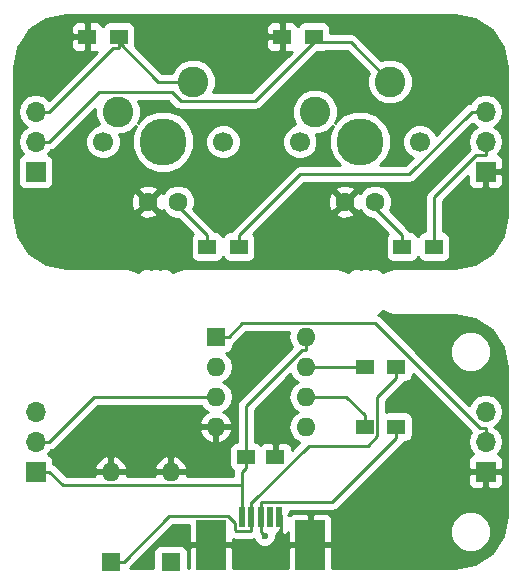
<source format=gtl>
G04 #@! TF.FileFunction,Copper,L1,Top,Signal*
%FSLAX46Y46*%
G04 Gerber Fmt 4.6, Leading zero omitted, Abs format (unit mm)*
G04 Created by KiCad (PCBNEW 4.0.6) date 01/19/18 19:39:35*
%MOMM*%
%LPD*%
G01*
G04 APERTURE LIST*
%ADD10C,0.020000*%
%ADD11C,1.600200*%
%ADD12C,3.980180*%
%ADD13C,2.600000*%
%ADD14C,1.699260*%
%ADD15R,1.500000X1.250000*%
%ADD16R,1.600000X1.600000*%
%ADD17O,1.600000X1.600000*%
%ADD18R,1.500000X1.300000*%
%ADD19R,1.700000X1.700000*%
%ADD20O,1.700000X1.700000*%
%ADD21R,0.500000X1.800000*%
%ADD22R,2.500000X4.200000*%
%ADD23C,0.600000*%
%ADD24C,0.250000*%
%ADD25C,0.254000*%
G04 APERTURE END LIST*
D10*
D11*
X26035000Y-33020000D03*
X28575000Y-33020000D03*
D12*
X27305000Y-27940000D03*
D13*
X29845000Y-22860000D03*
X23495000Y-25400000D03*
D14*
X22225000Y-27940000D03*
X32385000Y-27940000D03*
D15*
X34310000Y-54610000D03*
X36810000Y-54610000D03*
D16*
X22860000Y-63500000D03*
D17*
X22860000Y-55880000D03*
D16*
X27940000Y-63500000D03*
D17*
X27940000Y-55880000D03*
D11*
X42703800Y-33020000D03*
X45243800Y-33020000D03*
D18*
X44370000Y-52070000D03*
X47070000Y-52070000D03*
X44370000Y-46990000D03*
X47070000Y-46990000D03*
D12*
X43973800Y-27940000D03*
D13*
X46513800Y-22860000D03*
X40163800Y-25400000D03*
D14*
X38893800Y-27940000D03*
X49053800Y-27940000D03*
D16*
X31750000Y-44450000D03*
D17*
X39370000Y-52070000D03*
X31750000Y-46990000D03*
X39370000Y-49530000D03*
X31750000Y-49530000D03*
X39370000Y-46990000D03*
X31750000Y-52070000D03*
X39370000Y-44450000D03*
D19*
X54610000Y-55880000D03*
D20*
X54610000Y-53340000D03*
X54610000Y-50800000D03*
D19*
X16510000Y-55880000D03*
D20*
X16510000Y-53340000D03*
X16510000Y-50800000D03*
D19*
X54610000Y-30480000D03*
D20*
X54610000Y-27940000D03*
X54610000Y-25400000D03*
D19*
X16510000Y-30480000D03*
D20*
X16510000Y-27940000D03*
X16510000Y-25400000D03*
D18*
X20875000Y-19050000D03*
X23575000Y-19050000D03*
X37385000Y-19050000D03*
X40085000Y-19050000D03*
X31035000Y-36830000D03*
X33735000Y-36830000D03*
X47545000Y-36830000D03*
X50245000Y-36830000D03*
D21*
X33960000Y-59690000D03*
X34760000Y-59690000D03*
X35560000Y-59690000D03*
X36360000Y-59690000D03*
X37160000Y-59690000D03*
D22*
X31360000Y-62090000D03*
X39760000Y-62090000D03*
D23*
X35897500Y-61304700D03*
D24*
X34310000Y-50354000D02*
X34310000Y-54610000D01*
X39088700Y-45575300D02*
X34310000Y-50354000D01*
X39370000Y-45575300D02*
X39088700Y-45575300D01*
X39370000Y-44450000D02*
X39370000Y-45575300D01*
X34310000Y-54610000D02*
X34310000Y-55560300D01*
X16510000Y-55880000D02*
X17685300Y-55880000D01*
X18840900Y-57035600D02*
X33960000Y-57035600D01*
X17685300Y-55880000D02*
X18840900Y-57035600D01*
X33960000Y-59690000D02*
X33960000Y-57035600D01*
X33960000Y-55910300D02*
X34310000Y-55560300D01*
X33960000Y-57035600D02*
X33960000Y-55910300D01*
X45445400Y-49589900D02*
X47070000Y-47965300D01*
X45445400Y-52880900D02*
X45445400Y-49589900D01*
X44627800Y-53698500D02*
X45445400Y-52880900D01*
X39638300Y-53698500D02*
X44627800Y-53698500D01*
X34872100Y-58464700D02*
X39638300Y-53698500D01*
X34760000Y-58464700D02*
X34872100Y-58464700D01*
X47070000Y-46990000D02*
X47070000Y-47965300D01*
X34760000Y-59414900D02*
X34760000Y-58464700D01*
X34760000Y-59414900D02*
X34760000Y-59690000D01*
X27820700Y-59664600D02*
X23985300Y-63500000D01*
X32822800Y-59664600D02*
X27820700Y-59664600D01*
X33384600Y-60226400D02*
X32822800Y-59664600D01*
X33384600Y-60788400D02*
X33384600Y-60226400D01*
X33511500Y-60915300D02*
X33384600Y-60788400D01*
X34760000Y-60915300D02*
X33511500Y-60915300D01*
X34760000Y-59690000D02*
X34760000Y-60915300D01*
X22860000Y-63500000D02*
X23985300Y-63500000D01*
X35560000Y-60967200D02*
X35560000Y-59690000D01*
X35897500Y-61304700D02*
X35560000Y-60967200D01*
X41650600Y-58464700D02*
X47070000Y-53045300D01*
X35560000Y-58464700D02*
X41650600Y-58464700D01*
X35560000Y-59690000D02*
X35560000Y-58464700D01*
X47070000Y-52070000D02*
X47070000Y-53045300D01*
X28575000Y-33394700D02*
X28575000Y-33020000D01*
X31035000Y-35854700D02*
X28575000Y-33394700D01*
X31035000Y-36830000D02*
X31035000Y-35854700D01*
X45243800Y-33553500D02*
X45243800Y-33020000D01*
X47545000Y-35854700D02*
X45243800Y-33553500D01*
X47545000Y-36830000D02*
X47545000Y-35854700D01*
X42805300Y-49530000D02*
X44370000Y-51094700D01*
X39370000Y-49530000D02*
X42805300Y-49530000D01*
X44370000Y-52070000D02*
X44370000Y-51094700D01*
X39370000Y-46990000D02*
X44370000Y-46990000D01*
X21495300Y-49530000D02*
X31750000Y-49530000D01*
X17685300Y-53340000D02*
X21495300Y-49530000D01*
X16510000Y-53340000D02*
X17685300Y-53340000D01*
X34000600Y-43324700D02*
X32875300Y-44450000D01*
X45281900Y-43324700D02*
X34000600Y-43324700D01*
X54121900Y-52164700D02*
X45281900Y-43324700D01*
X54610000Y-52164700D02*
X54121900Y-52164700D01*
X54610000Y-53340000D02*
X54610000Y-52164700D01*
X31750000Y-44450000D02*
X32875300Y-44450000D01*
X50245000Y-32672300D02*
X50245000Y-36830000D01*
X53802000Y-29115300D02*
X50245000Y-32672300D01*
X54610000Y-29115300D02*
X53802000Y-29115300D01*
X54610000Y-27940000D02*
X54610000Y-29115300D01*
X38903300Y-30686400D02*
X33735000Y-35854700D01*
X48148300Y-30686400D02*
X38903300Y-30686400D01*
X53434700Y-25400000D02*
X48148300Y-30686400D01*
X54610000Y-25400000D02*
X53434700Y-25400000D01*
X33735000Y-36830000D02*
X33735000Y-35854700D01*
X40085000Y-19050000D02*
X40085000Y-19537600D01*
X43191400Y-19537600D02*
X46513800Y-22860000D01*
X40085000Y-19537600D02*
X43191400Y-19537600D01*
X35104600Y-24518000D02*
X40085000Y-19537600D01*
X28794500Y-24518000D02*
X35104600Y-24518000D01*
X28027500Y-23751000D02*
X28794500Y-24518000D01*
X21874300Y-23751000D02*
X28027500Y-23751000D01*
X17685300Y-27940000D02*
X21874300Y-23751000D01*
X16510000Y-27940000D02*
X17685300Y-27940000D01*
X23060000Y-20025300D02*
X23575000Y-20025300D01*
X17685300Y-25400000D02*
X23060000Y-20025300D01*
X16510000Y-25400000D02*
X17685300Y-25400000D01*
X23575000Y-19050000D02*
X23575000Y-19537600D01*
X23575000Y-19537600D02*
X23575000Y-20025300D01*
X26897400Y-22860000D02*
X29845000Y-22860000D01*
X23575000Y-19537600D02*
X26897400Y-22860000D01*
D25*
G36*
X53737005Y-17565498D02*
X55150221Y-18509779D01*
X56094502Y-19922997D01*
X56440000Y-21659931D01*
X56440000Y-34220069D01*
X56094502Y-35957003D01*
X55150221Y-37370221D01*
X53737005Y-38314502D01*
X52000069Y-38660000D01*
X46990000Y-38660000D01*
X46921413Y-38673643D01*
X46851485Y-38673643D01*
X46365478Y-38770315D01*
X46237508Y-38823322D01*
X46109537Y-38876329D01*
X45946633Y-38985178D01*
X45751967Y-38790171D01*
X45426810Y-38655154D01*
X45074735Y-38654847D01*
X44849849Y-38747768D01*
X44626810Y-38655154D01*
X44274735Y-38654847D01*
X44049849Y-38747768D01*
X43826810Y-38655154D01*
X43474735Y-38654847D01*
X43149343Y-38789296D01*
X42953218Y-38985079D01*
X42790462Y-38876329D01*
X42684448Y-38832417D01*
X42534522Y-38770315D01*
X42048514Y-38673642D01*
X41978584Y-38673642D01*
X41910000Y-38660000D01*
X29210000Y-38660000D01*
X29141413Y-38673643D01*
X29071485Y-38673643D01*
X28585478Y-38770315D01*
X28457507Y-38823323D01*
X28329537Y-38876329D01*
X28166633Y-38985178D01*
X27971967Y-38790171D01*
X27646810Y-38655154D01*
X27294735Y-38654847D01*
X27069849Y-38747768D01*
X26846810Y-38655154D01*
X26494735Y-38654847D01*
X26269849Y-38747768D01*
X26046810Y-38655154D01*
X25694735Y-38654847D01*
X25369343Y-38789296D01*
X25173218Y-38985079D01*
X25010462Y-38876329D01*
X24904448Y-38832417D01*
X24754522Y-38770315D01*
X24268514Y-38673642D01*
X24198584Y-38673642D01*
X24130000Y-38660000D01*
X19119931Y-38660000D01*
X17382997Y-38314502D01*
X15969779Y-37370221D01*
X15025498Y-35957005D01*
X14680000Y-34220069D01*
X14680000Y-34027817D01*
X25206788Y-34027817D01*
X25280935Y-34273947D01*
X25818200Y-34467064D01*
X26388470Y-34439879D01*
X26789065Y-34273947D01*
X26863212Y-34027817D01*
X26035000Y-33199605D01*
X25206788Y-34027817D01*
X14680000Y-34027817D01*
X14680000Y-32803200D01*
X24587936Y-32803200D01*
X24615121Y-33373470D01*
X24781053Y-33774065D01*
X25027183Y-33848212D01*
X25855395Y-33020000D01*
X26214605Y-33020000D01*
X27042817Y-33848212D01*
X27288947Y-33774065D01*
X27309810Y-33716022D01*
X27357672Y-33831857D01*
X27761020Y-34235909D01*
X28288289Y-34454850D01*
X28560586Y-34455088D01*
X29828627Y-35723129D01*
X29688569Y-35928110D01*
X29637560Y-36180000D01*
X29637560Y-37480000D01*
X29681838Y-37715317D01*
X29820910Y-37931441D01*
X30033110Y-38076431D01*
X30285000Y-38127440D01*
X31785000Y-38127440D01*
X32020317Y-38083162D01*
X32236441Y-37944090D01*
X32381431Y-37731890D01*
X32384081Y-37718803D01*
X32520910Y-37931441D01*
X32733110Y-38076431D01*
X32985000Y-38127440D01*
X34485000Y-38127440D01*
X34720317Y-38083162D01*
X34936441Y-37944090D01*
X35081431Y-37731890D01*
X35132440Y-37480000D01*
X35132440Y-36180000D01*
X35088162Y-35944683D01*
X34949090Y-35728559D01*
X34941280Y-35723222D01*
X36636685Y-34027817D01*
X41875588Y-34027817D01*
X41949735Y-34273947D01*
X42487000Y-34467064D01*
X43057270Y-34439879D01*
X43457865Y-34273947D01*
X43532012Y-34027817D01*
X42703800Y-33199605D01*
X41875588Y-34027817D01*
X36636685Y-34027817D01*
X37861302Y-32803200D01*
X41256736Y-32803200D01*
X41283921Y-33373470D01*
X41449853Y-33774065D01*
X41695983Y-33848212D01*
X42524195Y-33020000D01*
X41695983Y-32191788D01*
X41449853Y-32265935D01*
X41256736Y-32803200D01*
X37861302Y-32803200D01*
X38652319Y-32012183D01*
X41875588Y-32012183D01*
X42703800Y-32840395D01*
X43532012Y-32012183D01*
X43457865Y-31766053D01*
X42920600Y-31572936D01*
X42350330Y-31600121D01*
X41949735Y-31766053D01*
X41875588Y-32012183D01*
X38652319Y-32012183D01*
X39218102Y-31446400D01*
X48148300Y-31446400D01*
X48439139Y-31388548D01*
X48685701Y-31223801D01*
X53502252Y-26407250D01*
X53530853Y-26450054D01*
X53860026Y-26670000D01*
X53530853Y-26889946D01*
X53208946Y-27371715D01*
X53095907Y-27940000D01*
X53208946Y-28508285D01*
X53259121Y-28583377D01*
X49707599Y-32134899D01*
X49542852Y-32381461D01*
X49485000Y-32672300D01*
X49485000Y-35534442D01*
X49259683Y-35576838D01*
X49043559Y-35715910D01*
X48898569Y-35928110D01*
X48895919Y-35941197D01*
X48759090Y-35728559D01*
X48546890Y-35583569D01*
X48295000Y-35532560D01*
X48226234Y-35532560D01*
X48082401Y-35317299D01*
X46500602Y-33735500D01*
X46678650Y-33306711D01*
X46679148Y-32735793D01*
X46461128Y-32208143D01*
X46057780Y-31804091D01*
X45530511Y-31585150D01*
X44959593Y-31584652D01*
X44431943Y-31802672D01*
X44027891Y-32206020D01*
X43980352Y-32320507D01*
X43957747Y-32265935D01*
X43711617Y-32191788D01*
X42883405Y-33020000D01*
X43711617Y-33848212D01*
X43957747Y-33774065D01*
X43978610Y-33716022D01*
X44026472Y-33831857D01*
X44429820Y-34235909D01*
X44957089Y-34454850D01*
X45070447Y-34454949D01*
X46338627Y-35723129D01*
X46198569Y-35928110D01*
X46147560Y-36180000D01*
X46147560Y-37480000D01*
X46191838Y-37715317D01*
X46330910Y-37931441D01*
X46543110Y-38076431D01*
X46795000Y-38127440D01*
X48295000Y-38127440D01*
X48530317Y-38083162D01*
X48746441Y-37944090D01*
X48891431Y-37731890D01*
X48894081Y-37718803D01*
X49030910Y-37931441D01*
X49243110Y-38076431D01*
X49495000Y-38127440D01*
X50995000Y-38127440D01*
X51230317Y-38083162D01*
X51446441Y-37944090D01*
X51591431Y-37731890D01*
X51642440Y-37480000D01*
X51642440Y-36180000D01*
X51598162Y-35944683D01*
X51459090Y-35728559D01*
X51246890Y-35583569D01*
X51005000Y-35534585D01*
X51005000Y-32987102D01*
X53125000Y-30867102D01*
X53125000Y-31456310D01*
X53221673Y-31689699D01*
X53400302Y-31868327D01*
X53633691Y-31965000D01*
X54324250Y-31965000D01*
X54483000Y-31806250D01*
X54483000Y-30607000D01*
X54737000Y-30607000D01*
X54737000Y-31806250D01*
X54895750Y-31965000D01*
X55586309Y-31965000D01*
X55819698Y-31868327D01*
X55998327Y-31689699D01*
X56095000Y-31456310D01*
X56095000Y-30765750D01*
X55936250Y-30607000D01*
X54737000Y-30607000D01*
X54483000Y-30607000D01*
X54463000Y-30607000D01*
X54463000Y-30353000D01*
X54483000Y-30353000D01*
X54483000Y-30333000D01*
X54737000Y-30333000D01*
X54737000Y-30353000D01*
X55936250Y-30353000D01*
X56095000Y-30194250D01*
X56095000Y-29503690D01*
X55998327Y-29270301D01*
X55819698Y-29091673D01*
X55645223Y-29019403D01*
X55689147Y-28990054D01*
X56011054Y-28508285D01*
X56124093Y-27940000D01*
X56011054Y-27371715D01*
X55689147Y-26889946D01*
X55359974Y-26670000D01*
X55689147Y-26450054D01*
X56011054Y-25968285D01*
X56124093Y-25400000D01*
X56011054Y-24831715D01*
X55689147Y-24349946D01*
X55207378Y-24028039D01*
X54639093Y-23915000D01*
X54580907Y-23915000D01*
X54012622Y-24028039D01*
X53530853Y-24349946D01*
X53322077Y-24662402D01*
X53143861Y-24697852D01*
X52897299Y-24862599D01*
X50414491Y-27345407D01*
X50313142Y-27100123D01*
X49895874Y-26682126D01*
X49350407Y-26455628D01*
X48759784Y-26455112D01*
X48213923Y-26680658D01*
X47795926Y-27097926D01*
X47569428Y-27643393D01*
X47568912Y-28234016D01*
X47794458Y-28779877D01*
X48211726Y-29197874D01*
X48459245Y-29300653D01*
X47833498Y-29926400D01*
X45699613Y-29926400D01*
X46197946Y-29428936D01*
X46598434Y-28464454D01*
X46599345Y-27420128D01*
X46200541Y-26454948D01*
X45462736Y-25715854D01*
X44498254Y-25315366D01*
X43453928Y-25314455D01*
X42488748Y-25713259D01*
X41874154Y-26326781D01*
X42098463Y-25786584D01*
X42099135Y-25016793D01*
X41805170Y-24305342D01*
X41261321Y-23760543D01*
X40550384Y-23465337D01*
X39780593Y-23464665D01*
X39069142Y-23758630D01*
X38524343Y-24302479D01*
X38229137Y-25013416D01*
X38228465Y-25783207D01*
X38519753Y-26488180D01*
X38053923Y-26680658D01*
X37635926Y-27097926D01*
X37409428Y-27643393D01*
X37408912Y-28234016D01*
X37634458Y-28779877D01*
X38051726Y-29197874D01*
X38597193Y-29424372D01*
X39187816Y-29424888D01*
X39733677Y-29199342D01*
X40151674Y-28782074D01*
X40378172Y-28236607D01*
X40378688Y-27645984D01*
X40250223Y-27335076D01*
X40547007Y-27335335D01*
X41258458Y-27041370D01*
X41678756Y-26621805D01*
X41349166Y-27415546D01*
X41348255Y-28459872D01*
X41747059Y-29425052D01*
X42247533Y-29926400D01*
X38903300Y-29926400D01*
X38612461Y-29984252D01*
X38365899Y-30148999D01*
X33197599Y-35317299D01*
X33053767Y-35532560D01*
X32985000Y-35532560D01*
X32749683Y-35576838D01*
X32533559Y-35715910D01*
X32388569Y-35928110D01*
X32385919Y-35941197D01*
X32249090Y-35728559D01*
X32036890Y-35583569D01*
X31785000Y-35532560D01*
X31716234Y-35532560D01*
X31572401Y-35317299D01*
X29878394Y-33623292D01*
X30009850Y-33306711D01*
X30010348Y-32735793D01*
X29792328Y-32208143D01*
X29388980Y-31804091D01*
X28861711Y-31585150D01*
X28290793Y-31584652D01*
X27763143Y-31802672D01*
X27359091Y-32206020D01*
X27311552Y-32320507D01*
X27288947Y-32265935D01*
X27042817Y-32191788D01*
X26214605Y-33020000D01*
X25855395Y-33020000D01*
X25027183Y-32191788D01*
X24781053Y-32265935D01*
X24587936Y-32803200D01*
X14680000Y-32803200D01*
X14680000Y-32012183D01*
X25206788Y-32012183D01*
X26035000Y-32840395D01*
X26863212Y-32012183D01*
X26789065Y-31766053D01*
X26251800Y-31572936D01*
X25681530Y-31600121D01*
X25280935Y-31766053D01*
X25206788Y-32012183D01*
X14680000Y-32012183D01*
X14680000Y-25400000D01*
X14995907Y-25400000D01*
X15108946Y-25968285D01*
X15430853Y-26450054D01*
X15760026Y-26670000D01*
X15430853Y-26889946D01*
X15108946Y-27371715D01*
X14995907Y-27940000D01*
X15108946Y-28508285D01*
X15430853Y-28990054D01*
X15472452Y-29017850D01*
X15424683Y-29026838D01*
X15208559Y-29165910D01*
X15063569Y-29378110D01*
X15012560Y-29630000D01*
X15012560Y-31330000D01*
X15056838Y-31565317D01*
X15195910Y-31781441D01*
X15408110Y-31926431D01*
X15660000Y-31977440D01*
X17360000Y-31977440D01*
X17595317Y-31933162D01*
X17811441Y-31794090D01*
X17956431Y-31581890D01*
X18007440Y-31330000D01*
X18007440Y-29630000D01*
X17963162Y-29394683D01*
X17824090Y-29178559D01*
X17611890Y-29033569D01*
X17544459Y-29019914D01*
X17589147Y-28990054D01*
X17797923Y-28677598D01*
X17976139Y-28642148D01*
X18222701Y-28477401D01*
X21560227Y-25139875D01*
X21559665Y-25783207D01*
X21850953Y-26488180D01*
X21385123Y-26680658D01*
X20967126Y-27097926D01*
X20740628Y-27643393D01*
X20740112Y-28234016D01*
X20965658Y-28779877D01*
X21382926Y-29197874D01*
X21928393Y-29424372D01*
X22519016Y-29424888D01*
X23064877Y-29199342D01*
X23482874Y-28782074D01*
X23709372Y-28236607D01*
X23709888Y-27645984D01*
X23581423Y-27335076D01*
X23878207Y-27335335D01*
X24589658Y-27041370D01*
X25009956Y-26621805D01*
X24680366Y-27415546D01*
X24679455Y-28459872D01*
X25078259Y-29425052D01*
X25816064Y-30164146D01*
X26780546Y-30564634D01*
X27824872Y-30565545D01*
X28790052Y-30166741D01*
X29529146Y-29428936D01*
X29929634Y-28464454D01*
X29929835Y-28234016D01*
X30900112Y-28234016D01*
X31125658Y-28779877D01*
X31542926Y-29197874D01*
X32088393Y-29424372D01*
X32679016Y-29424888D01*
X33224877Y-29199342D01*
X33642874Y-28782074D01*
X33869372Y-28236607D01*
X33869888Y-27645984D01*
X33644342Y-27100123D01*
X33227074Y-26682126D01*
X32681607Y-26455628D01*
X32090984Y-26455112D01*
X31545123Y-26680658D01*
X31127126Y-27097926D01*
X30900628Y-27643393D01*
X30900112Y-28234016D01*
X29929835Y-28234016D01*
X29930545Y-27420128D01*
X29531741Y-26454948D01*
X28793936Y-25715854D01*
X27829454Y-25315366D01*
X26785128Y-25314455D01*
X25819948Y-25713259D01*
X25205354Y-26326781D01*
X25429663Y-25786584D01*
X25430335Y-25016793D01*
X25221346Y-24511000D01*
X27712698Y-24511000D01*
X28257099Y-25055401D01*
X28503661Y-25220148D01*
X28794500Y-25278000D01*
X35104600Y-25278000D01*
X35395439Y-25220148D01*
X35642001Y-25055401D01*
X40349962Y-20347440D01*
X40835000Y-20347440D01*
X41070317Y-20303162D01*
X41078961Y-20297600D01*
X42876598Y-20297600D01*
X44717998Y-22139000D01*
X44579137Y-22473416D01*
X44578465Y-23243207D01*
X44872430Y-23954658D01*
X45416279Y-24499457D01*
X46127216Y-24794663D01*
X46897007Y-24795335D01*
X47608458Y-24501370D01*
X48153257Y-23957521D01*
X48448463Y-23246584D01*
X48449135Y-22476793D01*
X48155170Y-21765342D01*
X47611321Y-21220543D01*
X46900384Y-20925337D01*
X46130593Y-20924665D01*
X45792828Y-21064226D01*
X43728801Y-19000199D01*
X43482239Y-18835452D01*
X43191400Y-18777600D01*
X41482440Y-18777600D01*
X41482440Y-18400000D01*
X41438162Y-18164683D01*
X41299090Y-17948559D01*
X41086890Y-17803569D01*
X40835000Y-17752560D01*
X39335000Y-17752560D01*
X39099683Y-17796838D01*
X38883559Y-17935910D01*
X38738569Y-18148110D01*
X38731809Y-18181490D01*
X38673327Y-18040301D01*
X38494698Y-17861673D01*
X38261309Y-17765000D01*
X37670750Y-17765000D01*
X37512000Y-17923750D01*
X37512000Y-18923000D01*
X37532000Y-18923000D01*
X37532000Y-19177000D01*
X37512000Y-19177000D01*
X37512000Y-20176250D01*
X37670750Y-20335000D01*
X38212798Y-20335000D01*
X34789798Y-23758000D01*
X31567305Y-23758000D01*
X31779663Y-23246584D01*
X31780335Y-22476793D01*
X31486370Y-21765342D01*
X30942521Y-21220543D01*
X30231584Y-20925337D01*
X29461793Y-20924665D01*
X28750342Y-21218630D01*
X28205543Y-21762479D01*
X28065392Y-22100000D01*
X27212202Y-22100000D01*
X24945455Y-19833253D01*
X24972440Y-19700000D01*
X24972440Y-19335750D01*
X36000000Y-19335750D01*
X36000000Y-19826310D01*
X36096673Y-20059699D01*
X36275302Y-20238327D01*
X36508691Y-20335000D01*
X37099250Y-20335000D01*
X37258000Y-20176250D01*
X37258000Y-19177000D01*
X36158750Y-19177000D01*
X36000000Y-19335750D01*
X24972440Y-19335750D01*
X24972440Y-18400000D01*
X24948674Y-18273690D01*
X36000000Y-18273690D01*
X36000000Y-18764250D01*
X36158750Y-18923000D01*
X37258000Y-18923000D01*
X37258000Y-17923750D01*
X37099250Y-17765000D01*
X36508691Y-17765000D01*
X36275302Y-17861673D01*
X36096673Y-18040301D01*
X36000000Y-18273690D01*
X24948674Y-18273690D01*
X24928162Y-18164683D01*
X24789090Y-17948559D01*
X24576890Y-17803569D01*
X24325000Y-17752560D01*
X22825000Y-17752560D01*
X22589683Y-17796838D01*
X22373559Y-17935910D01*
X22228569Y-18148110D01*
X22221809Y-18181490D01*
X22163327Y-18040301D01*
X21984698Y-17861673D01*
X21751309Y-17765000D01*
X21160750Y-17765000D01*
X21002000Y-17923750D01*
X21002000Y-18923000D01*
X21022000Y-18923000D01*
X21022000Y-19177000D01*
X21002000Y-19177000D01*
X21002000Y-20176250D01*
X21160750Y-20335000D01*
X21675498Y-20335000D01*
X17617748Y-24392750D01*
X17589147Y-24349946D01*
X17107378Y-24028039D01*
X16539093Y-23915000D01*
X16480907Y-23915000D01*
X15912622Y-24028039D01*
X15430853Y-24349946D01*
X15108946Y-24831715D01*
X14995907Y-25400000D01*
X14680000Y-25400000D01*
X14680000Y-21659931D01*
X15025498Y-19922995D01*
X15417882Y-19335750D01*
X19490000Y-19335750D01*
X19490000Y-19826310D01*
X19586673Y-20059699D01*
X19765302Y-20238327D01*
X19998691Y-20335000D01*
X20589250Y-20335000D01*
X20748000Y-20176250D01*
X20748000Y-19177000D01*
X19648750Y-19177000D01*
X19490000Y-19335750D01*
X15417882Y-19335750D01*
X15969779Y-18509779D01*
X16323111Y-18273690D01*
X19490000Y-18273690D01*
X19490000Y-18764250D01*
X19648750Y-18923000D01*
X20748000Y-18923000D01*
X20748000Y-17923750D01*
X20589250Y-17765000D01*
X19998691Y-17765000D01*
X19765302Y-17861673D01*
X19586673Y-18040301D01*
X19490000Y-18273690D01*
X16323111Y-18273690D01*
X17382997Y-17565498D01*
X19119931Y-17220000D01*
X52000069Y-17220000D01*
X53737005Y-17565498D01*
X53737005Y-17565498D01*
G37*
X53737005Y-17565498D02*
X55150221Y-18509779D01*
X56094502Y-19922997D01*
X56440000Y-21659931D01*
X56440000Y-34220069D01*
X56094502Y-35957003D01*
X55150221Y-37370221D01*
X53737005Y-38314502D01*
X52000069Y-38660000D01*
X46990000Y-38660000D01*
X46921413Y-38673643D01*
X46851485Y-38673643D01*
X46365478Y-38770315D01*
X46237508Y-38823322D01*
X46109537Y-38876329D01*
X45946633Y-38985178D01*
X45751967Y-38790171D01*
X45426810Y-38655154D01*
X45074735Y-38654847D01*
X44849849Y-38747768D01*
X44626810Y-38655154D01*
X44274735Y-38654847D01*
X44049849Y-38747768D01*
X43826810Y-38655154D01*
X43474735Y-38654847D01*
X43149343Y-38789296D01*
X42953218Y-38985079D01*
X42790462Y-38876329D01*
X42684448Y-38832417D01*
X42534522Y-38770315D01*
X42048514Y-38673642D01*
X41978584Y-38673642D01*
X41910000Y-38660000D01*
X29210000Y-38660000D01*
X29141413Y-38673643D01*
X29071485Y-38673643D01*
X28585478Y-38770315D01*
X28457507Y-38823323D01*
X28329537Y-38876329D01*
X28166633Y-38985178D01*
X27971967Y-38790171D01*
X27646810Y-38655154D01*
X27294735Y-38654847D01*
X27069849Y-38747768D01*
X26846810Y-38655154D01*
X26494735Y-38654847D01*
X26269849Y-38747768D01*
X26046810Y-38655154D01*
X25694735Y-38654847D01*
X25369343Y-38789296D01*
X25173218Y-38985079D01*
X25010462Y-38876329D01*
X24904448Y-38832417D01*
X24754522Y-38770315D01*
X24268514Y-38673642D01*
X24198584Y-38673642D01*
X24130000Y-38660000D01*
X19119931Y-38660000D01*
X17382997Y-38314502D01*
X15969779Y-37370221D01*
X15025498Y-35957005D01*
X14680000Y-34220069D01*
X14680000Y-34027817D01*
X25206788Y-34027817D01*
X25280935Y-34273947D01*
X25818200Y-34467064D01*
X26388470Y-34439879D01*
X26789065Y-34273947D01*
X26863212Y-34027817D01*
X26035000Y-33199605D01*
X25206788Y-34027817D01*
X14680000Y-34027817D01*
X14680000Y-32803200D01*
X24587936Y-32803200D01*
X24615121Y-33373470D01*
X24781053Y-33774065D01*
X25027183Y-33848212D01*
X25855395Y-33020000D01*
X26214605Y-33020000D01*
X27042817Y-33848212D01*
X27288947Y-33774065D01*
X27309810Y-33716022D01*
X27357672Y-33831857D01*
X27761020Y-34235909D01*
X28288289Y-34454850D01*
X28560586Y-34455088D01*
X29828627Y-35723129D01*
X29688569Y-35928110D01*
X29637560Y-36180000D01*
X29637560Y-37480000D01*
X29681838Y-37715317D01*
X29820910Y-37931441D01*
X30033110Y-38076431D01*
X30285000Y-38127440D01*
X31785000Y-38127440D01*
X32020317Y-38083162D01*
X32236441Y-37944090D01*
X32381431Y-37731890D01*
X32384081Y-37718803D01*
X32520910Y-37931441D01*
X32733110Y-38076431D01*
X32985000Y-38127440D01*
X34485000Y-38127440D01*
X34720317Y-38083162D01*
X34936441Y-37944090D01*
X35081431Y-37731890D01*
X35132440Y-37480000D01*
X35132440Y-36180000D01*
X35088162Y-35944683D01*
X34949090Y-35728559D01*
X34941280Y-35723222D01*
X36636685Y-34027817D01*
X41875588Y-34027817D01*
X41949735Y-34273947D01*
X42487000Y-34467064D01*
X43057270Y-34439879D01*
X43457865Y-34273947D01*
X43532012Y-34027817D01*
X42703800Y-33199605D01*
X41875588Y-34027817D01*
X36636685Y-34027817D01*
X37861302Y-32803200D01*
X41256736Y-32803200D01*
X41283921Y-33373470D01*
X41449853Y-33774065D01*
X41695983Y-33848212D01*
X42524195Y-33020000D01*
X41695983Y-32191788D01*
X41449853Y-32265935D01*
X41256736Y-32803200D01*
X37861302Y-32803200D01*
X38652319Y-32012183D01*
X41875588Y-32012183D01*
X42703800Y-32840395D01*
X43532012Y-32012183D01*
X43457865Y-31766053D01*
X42920600Y-31572936D01*
X42350330Y-31600121D01*
X41949735Y-31766053D01*
X41875588Y-32012183D01*
X38652319Y-32012183D01*
X39218102Y-31446400D01*
X48148300Y-31446400D01*
X48439139Y-31388548D01*
X48685701Y-31223801D01*
X53502252Y-26407250D01*
X53530853Y-26450054D01*
X53860026Y-26670000D01*
X53530853Y-26889946D01*
X53208946Y-27371715D01*
X53095907Y-27940000D01*
X53208946Y-28508285D01*
X53259121Y-28583377D01*
X49707599Y-32134899D01*
X49542852Y-32381461D01*
X49485000Y-32672300D01*
X49485000Y-35534442D01*
X49259683Y-35576838D01*
X49043559Y-35715910D01*
X48898569Y-35928110D01*
X48895919Y-35941197D01*
X48759090Y-35728559D01*
X48546890Y-35583569D01*
X48295000Y-35532560D01*
X48226234Y-35532560D01*
X48082401Y-35317299D01*
X46500602Y-33735500D01*
X46678650Y-33306711D01*
X46679148Y-32735793D01*
X46461128Y-32208143D01*
X46057780Y-31804091D01*
X45530511Y-31585150D01*
X44959593Y-31584652D01*
X44431943Y-31802672D01*
X44027891Y-32206020D01*
X43980352Y-32320507D01*
X43957747Y-32265935D01*
X43711617Y-32191788D01*
X42883405Y-33020000D01*
X43711617Y-33848212D01*
X43957747Y-33774065D01*
X43978610Y-33716022D01*
X44026472Y-33831857D01*
X44429820Y-34235909D01*
X44957089Y-34454850D01*
X45070447Y-34454949D01*
X46338627Y-35723129D01*
X46198569Y-35928110D01*
X46147560Y-36180000D01*
X46147560Y-37480000D01*
X46191838Y-37715317D01*
X46330910Y-37931441D01*
X46543110Y-38076431D01*
X46795000Y-38127440D01*
X48295000Y-38127440D01*
X48530317Y-38083162D01*
X48746441Y-37944090D01*
X48891431Y-37731890D01*
X48894081Y-37718803D01*
X49030910Y-37931441D01*
X49243110Y-38076431D01*
X49495000Y-38127440D01*
X50995000Y-38127440D01*
X51230317Y-38083162D01*
X51446441Y-37944090D01*
X51591431Y-37731890D01*
X51642440Y-37480000D01*
X51642440Y-36180000D01*
X51598162Y-35944683D01*
X51459090Y-35728559D01*
X51246890Y-35583569D01*
X51005000Y-35534585D01*
X51005000Y-32987102D01*
X53125000Y-30867102D01*
X53125000Y-31456310D01*
X53221673Y-31689699D01*
X53400302Y-31868327D01*
X53633691Y-31965000D01*
X54324250Y-31965000D01*
X54483000Y-31806250D01*
X54483000Y-30607000D01*
X54737000Y-30607000D01*
X54737000Y-31806250D01*
X54895750Y-31965000D01*
X55586309Y-31965000D01*
X55819698Y-31868327D01*
X55998327Y-31689699D01*
X56095000Y-31456310D01*
X56095000Y-30765750D01*
X55936250Y-30607000D01*
X54737000Y-30607000D01*
X54483000Y-30607000D01*
X54463000Y-30607000D01*
X54463000Y-30353000D01*
X54483000Y-30353000D01*
X54483000Y-30333000D01*
X54737000Y-30333000D01*
X54737000Y-30353000D01*
X55936250Y-30353000D01*
X56095000Y-30194250D01*
X56095000Y-29503690D01*
X55998327Y-29270301D01*
X55819698Y-29091673D01*
X55645223Y-29019403D01*
X55689147Y-28990054D01*
X56011054Y-28508285D01*
X56124093Y-27940000D01*
X56011054Y-27371715D01*
X55689147Y-26889946D01*
X55359974Y-26670000D01*
X55689147Y-26450054D01*
X56011054Y-25968285D01*
X56124093Y-25400000D01*
X56011054Y-24831715D01*
X55689147Y-24349946D01*
X55207378Y-24028039D01*
X54639093Y-23915000D01*
X54580907Y-23915000D01*
X54012622Y-24028039D01*
X53530853Y-24349946D01*
X53322077Y-24662402D01*
X53143861Y-24697852D01*
X52897299Y-24862599D01*
X50414491Y-27345407D01*
X50313142Y-27100123D01*
X49895874Y-26682126D01*
X49350407Y-26455628D01*
X48759784Y-26455112D01*
X48213923Y-26680658D01*
X47795926Y-27097926D01*
X47569428Y-27643393D01*
X47568912Y-28234016D01*
X47794458Y-28779877D01*
X48211726Y-29197874D01*
X48459245Y-29300653D01*
X47833498Y-29926400D01*
X45699613Y-29926400D01*
X46197946Y-29428936D01*
X46598434Y-28464454D01*
X46599345Y-27420128D01*
X46200541Y-26454948D01*
X45462736Y-25715854D01*
X44498254Y-25315366D01*
X43453928Y-25314455D01*
X42488748Y-25713259D01*
X41874154Y-26326781D01*
X42098463Y-25786584D01*
X42099135Y-25016793D01*
X41805170Y-24305342D01*
X41261321Y-23760543D01*
X40550384Y-23465337D01*
X39780593Y-23464665D01*
X39069142Y-23758630D01*
X38524343Y-24302479D01*
X38229137Y-25013416D01*
X38228465Y-25783207D01*
X38519753Y-26488180D01*
X38053923Y-26680658D01*
X37635926Y-27097926D01*
X37409428Y-27643393D01*
X37408912Y-28234016D01*
X37634458Y-28779877D01*
X38051726Y-29197874D01*
X38597193Y-29424372D01*
X39187816Y-29424888D01*
X39733677Y-29199342D01*
X40151674Y-28782074D01*
X40378172Y-28236607D01*
X40378688Y-27645984D01*
X40250223Y-27335076D01*
X40547007Y-27335335D01*
X41258458Y-27041370D01*
X41678756Y-26621805D01*
X41349166Y-27415546D01*
X41348255Y-28459872D01*
X41747059Y-29425052D01*
X42247533Y-29926400D01*
X38903300Y-29926400D01*
X38612461Y-29984252D01*
X38365899Y-30148999D01*
X33197599Y-35317299D01*
X33053767Y-35532560D01*
X32985000Y-35532560D01*
X32749683Y-35576838D01*
X32533559Y-35715910D01*
X32388569Y-35928110D01*
X32385919Y-35941197D01*
X32249090Y-35728559D01*
X32036890Y-35583569D01*
X31785000Y-35532560D01*
X31716234Y-35532560D01*
X31572401Y-35317299D01*
X29878394Y-33623292D01*
X30009850Y-33306711D01*
X30010348Y-32735793D01*
X29792328Y-32208143D01*
X29388980Y-31804091D01*
X28861711Y-31585150D01*
X28290793Y-31584652D01*
X27763143Y-31802672D01*
X27359091Y-32206020D01*
X27311552Y-32320507D01*
X27288947Y-32265935D01*
X27042817Y-32191788D01*
X26214605Y-33020000D01*
X25855395Y-33020000D01*
X25027183Y-32191788D01*
X24781053Y-32265935D01*
X24587936Y-32803200D01*
X14680000Y-32803200D01*
X14680000Y-32012183D01*
X25206788Y-32012183D01*
X26035000Y-32840395D01*
X26863212Y-32012183D01*
X26789065Y-31766053D01*
X26251800Y-31572936D01*
X25681530Y-31600121D01*
X25280935Y-31766053D01*
X25206788Y-32012183D01*
X14680000Y-32012183D01*
X14680000Y-25400000D01*
X14995907Y-25400000D01*
X15108946Y-25968285D01*
X15430853Y-26450054D01*
X15760026Y-26670000D01*
X15430853Y-26889946D01*
X15108946Y-27371715D01*
X14995907Y-27940000D01*
X15108946Y-28508285D01*
X15430853Y-28990054D01*
X15472452Y-29017850D01*
X15424683Y-29026838D01*
X15208559Y-29165910D01*
X15063569Y-29378110D01*
X15012560Y-29630000D01*
X15012560Y-31330000D01*
X15056838Y-31565317D01*
X15195910Y-31781441D01*
X15408110Y-31926431D01*
X15660000Y-31977440D01*
X17360000Y-31977440D01*
X17595317Y-31933162D01*
X17811441Y-31794090D01*
X17956431Y-31581890D01*
X18007440Y-31330000D01*
X18007440Y-29630000D01*
X17963162Y-29394683D01*
X17824090Y-29178559D01*
X17611890Y-29033569D01*
X17544459Y-29019914D01*
X17589147Y-28990054D01*
X17797923Y-28677598D01*
X17976139Y-28642148D01*
X18222701Y-28477401D01*
X21560227Y-25139875D01*
X21559665Y-25783207D01*
X21850953Y-26488180D01*
X21385123Y-26680658D01*
X20967126Y-27097926D01*
X20740628Y-27643393D01*
X20740112Y-28234016D01*
X20965658Y-28779877D01*
X21382926Y-29197874D01*
X21928393Y-29424372D01*
X22519016Y-29424888D01*
X23064877Y-29199342D01*
X23482874Y-28782074D01*
X23709372Y-28236607D01*
X23709888Y-27645984D01*
X23581423Y-27335076D01*
X23878207Y-27335335D01*
X24589658Y-27041370D01*
X25009956Y-26621805D01*
X24680366Y-27415546D01*
X24679455Y-28459872D01*
X25078259Y-29425052D01*
X25816064Y-30164146D01*
X26780546Y-30564634D01*
X27824872Y-30565545D01*
X28790052Y-30166741D01*
X29529146Y-29428936D01*
X29929634Y-28464454D01*
X29929835Y-28234016D01*
X30900112Y-28234016D01*
X31125658Y-28779877D01*
X31542926Y-29197874D01*
X32088393Y-29424372D01*
X32679016Y-29424888D01*
X33224877Y-29199342D01*
X33642874Y-28782074D01*
X33869372Y-28236607D01*
X33869888Y-27645984D01*
X33644342Y-27100123D01*
X33227074Y-26682126D01*
X32681607Y-26455628D01*
X32090984Y-26455112D01*
X31545123Y-26680658D01*
X31127126Y-27097926D01*
X30900628Y-27643393D01*
X30900112Y-28234016D01*
X29929835Y-28234016D01*
X29930545Y-27420128D01*
X29531741Y-26454948D01*
X28793936Y-25715854D01*
X27829454Y-25315366D01*
X26785128Y-25314455D01*
X25819948Y-25713259D01*
X25205354Y-26326781D01*
X25429663Y-25786584D01*
X25430335Y-25016793D01*
X25221346Y-24511000D01*
X27712698Y-24511000D01*
X28257099Y-25055401D01*
X28503661Y-25220148D01*
X28794500Y-25278000D01*
X35104600Y-25278000D01*
X35395439Y-25220148D01*
X35642001Y-25055401D01*
X40349962Y-20347440D01*
X40835000Y-20347440D01*
X41070317Y-20303162D01*
X41078961Y-20297600D01*
X42876598Y-20297600D01*
X44717998Y-22139000D01*
X44579137Y-22473416D01*
X44578465Y-23243207D01*
X44872430Y-23954658D01*
X45416279Y-24499457D01*
X46127216Y-24794663D01*
X46897007Y-24795335D01*
X47608458Y-24501370D01*
X48153257Y-23957521D01*
X48448463Y-23246584D01*
X48449135Y-22476793D01*
X48155170Y-21765342D01*
X47611321Y-21220543D01*
X46900384Y-20925337D01*
X46130593Y-20924665D01*
X45792828Y-21064226D01*
X43728801Y-19000199D01*
X43482239Y-18835452D01*
X43191400Y-18777600D01*
X41482440Y-18777600D01*
X41482440Y-18400000D01*
X41438162Y-18164683D01*
X41299090Y-17948559D01*
X41086890Y-17803569D01*
X40835000Y-17752560D01*
X39335000Y-17752560D01*
X39099683Y-17796838D01*
X38883559Y-17935910D01*
X38738569Y-18148110D01*
X38731809Y-18181490D01*
X38673327Y-18040301D01*
X38494698Y-17861673D01*
X38261309Y-17765000D01*
X37670750Y-17765000D01*
X37512000Y-17923750D01*
X37512000Y-18923000D01*
X37532000Y-18923000D01*
X37532000Y-19177000D01*
X37512000Y-19177000D01*
X37512000Y-20176250D01*
X37670750Y-20335000D01*
X38212798Y-20335000D01*
X34789798Y-23758000D01*
X31567305Y-23758000D01*
X31779663Y-23246584D01*
X31780335Y-22476793D01*
X31486370Y-21765342D01*
X30942521Y-21220543D01*
X30231584Y-20925337D01*
X29461793Y-20924665D01*
X28750342Y-21218630D01*
X28205543Y-21762479D01*
X28065392Y-22100000D01*
X27212202Y-22100000D01*
X24945455Y-19833253D01*
X24972440Y-19700000D01*
X24972440Y-19335750D01*
X36000000Y-19335750D01*
X36000000Y-19826310D01*
X36096673Y-20059699D01*
X36275302Y-20238327D01*
X36508691Y-20335000D01*
X37099250Y-20335000D01*
X37258000Y-20176250D01*
X37258000Y-19177000D01*
X36158750Y-19177000D01*
X36000000Y-19335750D01*
X24972440Y-19335750D01*
X24972440Y-18400000D01*
X24948674Y-18273690D01*
X36000000Y-18273690D01*
X36000000Y-18764250D01*
X36158750Y-18923000D01*
X37258000Y-18923000D01*
X37258000Y-17923750D01*
X37099250Y-17765000D01*
X36508691Y-17765000D01*
X36275302Y-17861673D01*
X36096673Y-18040301D01*
X36000000Y-18273690D01*
X24948674Y-18273690D01*
X24928162Y-18164683D01*
X24789090Y-17948559D01*
X24576890Y-17803569D01*
X24325000Y-17752560D01*
X22825000Y-17752560D01*
X22589683Y-17796838D01*
X22373559Y-17935910D01*
X22228569Y-18148110D01*
X22221809Y-18181490D01*
X22163327Y-18040301D01*
X21984698Y-17861673D01*
X21751309Y-17765000D01*
X21160750Y-17765000D01*
X21002000Y-17923750D01*
X21002000Y-18923000D01*
X21022000Y-18923000D01*
X21022000Y-19177000D01*
X21002000Y-19177000D01*
X21002000Y-20176250D01*
X21160750Y-20335000D01*
X21675498Y-20335000D01*
X17617748Y-24392750D01*
X17589147Y-24349946D01*
X17107378Y-24028039D01*
X16539093Y-23915000D01*
X16480907Y-23915000D01*
X15912622Y-24028039D01*
X15430853Y-24349946D01*
X15108946Y-24831715D01*
X14995907Y-25400000D01*
X14680000Y-25400000D01*
X14680000Y-21659931D01*
X15025498Y-19922995D01*
X15417882Y-19335750D01*
X19490000Y-19335750D01*
X19490000Y-19826310D01*
X19586673Y-20059699D01*
X19765302Y-20238327D01*
X19998691Y-20335000D01*
X20589250Y-20335000D01*
X20748000Y-20176250D01*
X20748000Y-19177000D01*
X19648750Y-19177000D01*
X19490000Y-19335750D01*
X15417882Y-19335750D01*
X15969779Y-18509779D01*
X16323111Y-18273690D01*
X19490000Y-18273690D01*
X19490000Y-18764250D01*
X19648750Y-18923000D01*
X20748000Y-18923000D01*
X20748000Y-17923750D01*
X20589250Y-17765000D01*
X19998691Y-17765000D01*
X19765302Y-17861673D01*
X19586673Y-18040301D01*
X19490000Y-18273690D01*
X16323111Y-18273690D01*
X17382997Y-17565498D01*
X19119931Y-17220000D01*
X52000069Y-17220000D01*
X53737005Y-17565498D01*
G36*
X46109537Y-42403671D02*
X46237508Y-42456678D01*
X46365478Y-42509685D01*
X46851485Y-42606357D01*
X46921413Y-42606357D01*
X46990000Y-42620000D01*
X52000069Y-42620000D01*
X53737005Y-42965498D01*
X55150221Y-43909779D01*
X56094502Y-45322997D01*
X56440000Y-47059931D01*
X56440000Y-59620069D01*
X56094502Y-61357003D01*
X55150221Y-62770221D01*
X53737005Y-63714502D01*
X52000069Y-64060000D01*
X41645000Y-64060000D01*
X41645000Y-62375750D01*
X41486250Y-62217000D01*
X39887000Y-62217000D01*
X39887000Y-62237000D01*
X39633000Y-62237000D01*
X39633000Y-62217000D01*
X38033750Y-62217000D01*
X37875000Y-62375750D01*
X37875000Y-64060000D01*
X33245000Y-64060000D01*
X33245000Y-62375750D01*
X33086250Y-62217000D01*
X31487000Y-62217000D01*
X31487000Y-62237000D01*
X31233000Y-62237000D01*
X31233000Y-62217000D01*
X29633750Y-62217000D01*
X29475000Y-62375750D01*
X29475000Y-64060000D01*
X29387440Y-64060000D01*
X29387440Y-62700000D01*
X29343162Y-62464683D01*
X29204090Y-62248559D01*
X28991890Y-62103569D01*
X28740000Y-62052560D01*
X27140000Y-62052560D01*
X26904683Y-62096838D01*
X26688559Y-62235910D01*
X26543569Y-62448110D01*
X26492560Y-62700000D01*
X26492560Y-64060000D01*
X24488879Y-64060000D01*
X24522701Y-64037401D01*
X28135502Y-60424600D01*
X29475000Y-60424600D01*
X29475000Y-61804250D01*
X29633750Y-61963000D01*
X31233000Y-61963000D01*
X31233000Y-61943000D01*
X31487000Y-61943000D01*
X31487000Y-61963000D01*
X33086250Y-61963000D01*
X33245000Y-61804250D01*
X33245000Y-61622289D01*
X33511500Y-61675300D01*
X34760000Y-61675300D01*
X35017771Y-61624026D01*
X35104383Y-61833643D01*
X35367173Y-62096892D01*
X35710701Y-62239538D01*
X36082667Y-62239862D01*
X36426443Y-62097817D01*
X36689692Y-61835027D01*
X36832338Y-61491499D01*
X36832570Y-61225000D01*
X36876250Y-61225000D01*
X37021384Y-61079866D01*
X37061441Y-61054090D01*
X37206431Y-60841890D01*
X37257440Y-60590000D01*
X37257440Y-59543000D01*
X37285000Y-59543000D01*
X37285000Y-59563000D01*
X37307000Y-59563000D01*
X37307000Y-59817000D01*
X37285000Y-59817000D01*
X37285000Y-61066250D01*
X37443750Y-61225000D01*
X37536309Y-61225000D01*
X37769698Y-61128327D01*
X37875000Y-61023026D01*
X37875000Y-61804250D01*
X38033750Y-61963000D01*
X39633000Y-61963000D01*
X39633000Y-59513750D01*
X39887000Y-59513750D01*
X39887000Y-61963000D01*
X41486250Y-61963000D01*
X41645000Y-61804250D01*
X41645000Y-61303599D01*
X51604699Y-61303599D01*
X51868281Y-61941515D01*
X52355918Y-62430004D01*
X52993373Y-62694699D01*
X53683599Y-62695301D01*
X54321515Y-62431719D01*
X54810004Y-61944082D01*
X55074699Y-61306627D01*
X55075301Y-60616401D01*
X54811719Y-59978485D01*
X54324082Y-59489996D01*
X53686627Y-59225301D01*
X52996401Y-59224699D01*
X52358485Y-59488281D01*
X51869996Y-59975918D01*
X51605301Y-60613373D01*
X51604699Y-61303599D01*
X41645000Y-61303599D01*
X41645000Y-59863690D01*
X41548327Y-59630301D01*
X41369698Y-59451673D01*
X41136309Y-59355000D01*
X40045750Y-59355000D01*
X39887000Y-59513750D01*
X39633000Y-59513750D01*
X39474250Y-59355000D01*
X38383691Y-59355000D01*
X38150302Y-59451673D01*
X38038976Y-59562998D01*
X37886252Y-59562998D01*
X38045000Y-59404250D01*
X38045000Y-59224700D01*
X41650600Y-59224700D01*
X41941439Y-59166848D01*
X42188001Y-59002101D01*
X45024352Y-56165750D01*
X53125000Y-56165750D01*
X53125000Y-56856310D01*
X53221673Y-57089699D01*
X53400302Y-57268327D01*
X53633691Y-57365000D01*
X54324250Y-57365000D01*
X54483000Y-57206250D01*
X54483000Y-56007000D01*
X54737000Y-56007000D01*
X54737000Y-57206250D01*
X54895750Y-57365000D01*
X55586309Y-57365000D01*
X55819698Y-57268327D01*
X55998327Y-57089699D01*
X56095000Y-56856310D01*
X56095000Y-56165750D01*
X55936250Y-56007000D01*
X54737000Y-56007000D01*
X54483000Y-56007000D01*
X53283750Y-56007000D01*
X53125000Y-56165750D01*
X45024352Y-56165750D01*
X47607401Y-53582701D01*
X47751233Y-53367440D01*
X47820000Y-53367440D01*
X48055317Y-53323162D01*
X48271441Y-53184090D01*
X48416431Y-52971890D01*
X48467440Y-52720000D01*
X48467440Y-51420000D01*
X48423162Y-51184683D01*
X48284090Y-50968559D01*
X48071890Y-50823569D01*
X47820000Y-50772560D01*
X46320000Y-50772560D01*
X46205400Y-50794124D01*
X46205400Y-49904702D01*
X47607401Y-48502701D01*
X47751234Y-48287440D01*
X47820000Y-48287440D01*
X48055317Y-48243162D01*
X48271441Y-48104090D01*
X48416431Y-47891890D01*
X48467440Y-47640000D01*
X48467440Y-47585042D01*
X53387255Y-52504857D01*
X53208946Y-52771715D01*
X53095907Y-53340000D01*
X53208946Y-53908285D01*
X53530853Y-54390054D01*
X53574777Y-54419403D01*
X53400302Y-54491673D01*
X53221673Y-54670301D01*
X53125000Y-54903690D01*
X53125000Y-55594250D01*
X53283750Y-55753000D01*
X54483000Y-55753000D01*
X54483000Y-55733000D01*
X54737000Y-55733000D01*
X54737000Y-55753000D01*
X55936250Y-55753000D01*
X56095000Y-55594250D01*
X56095000Y-54903690D01*
X55998327Y-54670301D01*
X55819698Y-54491673D01*
X55645223Y-54419403D01*
X55689147Y-54390054D01*
X56011054Y-53908285D01*
X56124093Y-53340000D01*
X56011054Y-52771715D01*
X55689147Y-52289946D01*
X55359974Y-52070000D01*
X55689147Y-51850054D01*
X56011054Y-51368285D01*
X56124093Y-50800000D01*
X56011054Y-50231715D01*
X55689147Y-49749946D01*
X55207378Y-49428039D01*
X54639093Y-49315000D01*
X54580907Y-49315000D01*
X54012622Y-49428039D01*
X53530853Y-49749946D01*
X53230884Y-50198882D01*
X49095601Y-46063599D01*
X51604699Y-46063599D01*
X51868281Y-46701515D01*
X52355918Y-47190004D01*
X52993373Y-47454699D01*
X53683599Y-47455301D01*
X54321515Y-47191719D01*
X54810004Y-46704082D01*
X55074699Y-46066627D01*
X55075301Y-45376401D01*
X54811719Y-44738485D01*
X54324082Y-44249996D01*
X53686627Y-43985301D01*
X52996401Y-43984699D01*
X52358485Y-44248281D01*
X51869996Y-44735918D01*
X51605301Y-45373373D01*
X51604699Y-46063599D01*
X49095601Y-46063599D01*
X45819301Y-42787299D01*
X45572739Y-42622552D01*
X45477439Y-42603595D01*
X45750657Y-42490704D01*
X45946782Y-42294921D01*
X46109537Y-42403671D01*
X46109537Y-42403671D01*
G37*
X46109537Y-42403671D02*
X46237508Y-42456678D01*
X46365478Y-42509685D01*
X46851485Y-42606357D01*
X46921413Y-42606357D01*
X46990000Y-42620000D01*
X52000069Y-42620000D01*
X53737005Y-42965498D01*
X55150221Y-43909779D01*
X56094502Y-45322997D01*
X56440000Y-47059931D01*
X56440000Y-59620069D01*
X56094502Y-61357003D01*
X55150221Y-62770221D01*
X53737005Y-63714502D01*
X52000069Y-64060000D01*
X41645000Y-64060000D01*
X41645000Y-62375750D01*
X41486250Y-62217000D01*
X39887000Y-62217000D01*
X39887000Y-62237000D01*
X39633000Y-62237000D01*
X39633000Y-62217000D01*
X38033750Y-62217000D01*
X37875000Y-62375750D01*
X37875000Y-64060000D01*
X33245000Y-64060000D01*
X33245000Y-62375750D01*
X33086250Y-62217000D01*
X31487000Y-62217000D01*
X31487000Y-62237000D01*
X31233000Y-62237000D01*
X31233000Y-62217000D01*
X29633750Y-62217000D01*
X29475000Y-62375750D01*
X29475000Y-64060000D01*
X29387440Y-64060000D01*
X29387440Y-62700000D01*
X29343162Y-62464683D01*
X29204090Y-62248559D01*
X28991890Y-62103569D01*
X28740000Y-62052560D01*
X27140000Y-62052560D01*
X26904683Y-62096838D01*
X26688559Y-62235910D01*
X26543569Y-62448110D01*
X26492560Y-62700000D01*
X26492560Y-64060000D01*
X24488879Y-64060000D01*
X24522701Y-64037401D01*
X28135502Y-60424600D01*
X29475000Y-60424600D01*
X29475000Y-61804250D01*
X29633750Y-61963000D01*
X31233000Y-61963000D01*
X31233000Y-61943000D01*
X31487000Y-61943000D01*
X31487000Y-61963000D01*
X33086250Y-61963000D01*
X33245000Y-61804250D01*
X33245000Y-61622289D01*
X33511500Y-61675300D01*
X34760000Y-61675300D01*
X35017771Y-61624026D01*
X35104383Y-61833643D01*
X35367173Y-62096892D01*
X35710701Y-62239538D01*
X36082667Y-62239862D01*
X36426443Y-62097817D01*
X36689692Y-61835027D01*
X36832338Y-61491499D01*
X36832570Y-61225000D01*
X36876250Y-61225000D01*
X37021384Y-61079866D01*
X37061441Y-61054090D01*
X37206431Y-60841890D01*
X37257440Y-60590000D01*
X37257440Y-59543000D01*
X37285000Y-59543000D01*
X37285000Y-59563000D01*
X37307000Y-59563000D01*
X37307000Y-59817000D01*
X37285000Y-59817000D01*
X37285000Y-61066250D01*
X37443750Y-61225000D01*
X37536309Y-61225000D01*
X37769698Y-61128327D01*
X37875000Y-61023026D01*
X37875000Y-61804250D01*
X38033750Y-61963000D01*
X39633000Y-61963000D01*
X39633000Y-59513750D01*
X39887000Y-59513750D01*
X39887000Y-61963000D01*
X41486250Y-61963000D01*
X41645000Y-61804250D01*
X41645000Y-61303599D01*
X51604699Y-61303599D01*
X51868281Y-61941515D01*
X52355918Y-62430004D01*
X52993373Y-62694699D01*
X53683599Y-62695301D01*
X54321515Y-62431719D01*
X54810004Y-61944082D01*
X55074699Y-61306627D01*
X55075301Y-60616401D01*
X54811719Y-59978485D01*
X54324082Y-59489996D01*
X53686627Y-59225301D01*
X52996401Y-59224699D01*
X52358485Y-59488281D01*
X51869996Y-59975918D01*
X51605301Y-60613373D01*
X51604699Y-61303599D01*
X41645000Y-61303599D01*
X41645000Y-59863690D01*
X41548327Y-59630301D01*
X41369698Y-59451673D01*
X41136309Y-59355000D01*
X40045750Y-59355000D01*
X39887000Y-59513750D01*
X39633000Y-59513750D01*
X39474250Y-59355000D01*
X38383691Y-59355000D01*
X38150302Y-59451673D01*
X38038976Y-59562998D01*
X37886252Y-59562998D01*
X38045000Y-59404250D01*
X38045000Y-59224700D01*
X41650600Y-59224700D01*
X41941439Y-59166848D01*
X42188001Y-59002101D01*
X45024352Y-56165750D01*
X53125000Y-56165750D01*
X53125000Y-56856310D01*
X53221673Y-57089699D01*
X53400302Y-57268327D01*
X53633691Y-57365000D01*
X54324250Y-57365000D01*
X54483000Y-57206250D01*
X54483000Y-56007000D01*
X54737000Y-56007000D01*
X54737000Y-57206250D01*
X54895750Y-57365000D01*
X55586309Y-57365000D01*
X55819698Y-57268327D01*
X55998327Y-57089699D01*
X56095000Y-56856310D01*
X56095000Y-56165750D01*
X55936250Y-56007000D01*
X54737000Y-56007000D01*
X54483000Y-56007000D01*
X53283750Y-56007000D01*
X53125000Y-56165750D01*
X45024352Y-56165750D01*
X47607401Y-53582701D01*
X47751233Y-53367440D01*
X47820000Y-53367440D01*
X48055317Y-53323162D01*
X48271441Y-53184090D01*
X48416431Y-52971890D01*
X48467440Y-52720000D01*
X48467440Y-51420000D01*
X48423162Y-51184683D01*
X48284090Y-50968559D01*
X48071890Y-50823569D01*
X47820000Y-50772560D01*
X46320000Y-50772560D01*
X46205400Y-50794124D01*
X46205400Y-49904702D01*
X47607401Y-48502701D01*
X47751234Y-48287440D01*
X47820000Y-48287440D01*
X48055317Y-48243162D01*
X48271441Y-48104090D01*
X48416431Y-47891890D01*
X48467440Y-47640000D01*
X48467440Y-47585042D01*
X53387255Y-52504857D01*
X53208946Y-52771715D01*
X53095907Y-53340000D01*
X53208946Y-53908285D01*
X53530853Y-54390054D01*
X53574777Y-54419403D01*
X53400302Y-54491673D01*
X53221673Y-54670301D01*
X53125000Y-54903690D01*
X53125000Y-55594250D01*
X53283750Y-55753000D01*
X54483000Y-55753000D01*
X54483000Y-55733000D01*
X54737000Y-55733000D01*
X54737000Y-55753000D01*
X55936250Y-55753000D01*
X56095000Y-55594250D01*
X56095000Y-54903690D01*
X55998327Y-54670301D01*
X55819698Y-54491673D01*
X55645223Y-54419403D01*
X55689147Y-54390054D01*
X56011054Y-53908285D01*
X56124093Y-53340000D01*
X56011054Y-52771715D01*
X55689147Y-52289946D01*
X55359974Y-52070000D01*
X55689147Y-51850054D01*
X56011054Y-51368285D01*
X56124093Y-50800000D01*
X56011054Y-50231715D01*
X55689147Y-49749946D01*
X55207378Y-49428039D01*
X54639093Y-49315000D01*
X54580907Y-49315000D01*
X54012622Y-49428039D01*
X53530853Y-49749946D01*
X53230884Y-50198882D01*
X49095601Y-46063599D01*
X51604699Y-46063599D01*
X51868281Y-46701515D01*
X52355918Y-47190004D01*
X52993373Y-47454699D01*
X53683599Y-47455301D01*
X54321515Y-47191719D01*
X54810004Y-46704082D01*
X55074699Y-46066627D01*
X55075301Y-45376401D01*
X54811719Y-44738485D01*
X54324082Y-44249996D01*
X53686627Y-43985301D01*
X52996401Y-43984699D01*
X52358485Y-44248281D01*
X51869996Y-44735918D01*
X51605301Y-45373373D01*
X51604699Y-46063599D01*
X49095601Y-46063599D01*
X45819301Y-42787299D01*
X45572739Y-42622552D01*
X45477439Y-42603595D01*
X45750657Y-42490704D01*
X45946782Y-42294921D01*
X46109537Y-42403671D01*
G36*
X37906887Y-44450000D02*
X38016120Y-44999151D01*
X38246003Y-45343195D01*
X33772599Y-49816599D01*
X33607852Y-50063161D01*
X33550000Y-50354000D01*
X33550000Y-53339442D01*
X33324683Y-53381838D01*
X33108559Y-53520910D01*
X32963569Y-53733110D01*
X32912560Y-53985000D01*
X32912560Y-55235000D01*
X32956838Y-55470317D01*
X33095910Y-55686441D01*
X33226746Y-55775838D01*
X33200000Y-55910300D01*
X33200000Y-56275600D01*
X29309878Y-56275600D01*
X29331914Y-56229041D01*
X29210629Y-56007000D01*
X28067000Y-56007000D01*
X28067000Y-56027000D01*
X27813000Y-56027000D01*
X27813000Y-56007000D01*
X26669371Y-56007000D01*
X26548086Y-56229041D01*
X26570122Y-56275600D01*
X24229878Y-56275600D01*
X24251914Y-56229041D01*
X24130629Y-56007000D01*
X22987000Y-56007000D01*
X22987000Y-56027000D01*
X22733000Y-56027000D01*
X22733000Y-56007000D01*
X21589371Y-56007000D01*
X21468086Y-56229041D01*
X21490122Y-56275600D01*
X19155702Y-56275600D01*
X18411061Y-55530959D01*
X21468086Y-55530959D01*
X21589371Y-55753000D01*
X22733000Y-55753000D01*
X22733000Y-54610085D01*
X22987000Y-54610085D01*
X22987000Y-55753000D01*
X24130629Y-55753000D01*
X24251914Y-55530959D01*
X26548086Y-55530959D01*
X26669371Y-55753000D01*
X27813000Y-55753000D01*
X27813000Y-54610085D01*
X28067000Y-54610085D01*
X28067000Y-55753000D01*
X29210629Y-55753000D01*
X29331914Y-55530959D01*
X29092389Y-55024866D01*
X28677423Y-54648959D01*
X28289039Y-54488096D01*
X28067000Y-54610085D01*
X27813000Y-54610085D01*
X27590961Y-54488096D01*
X27202577Y-54648959D01*
X26787611Y-55024866D01*
X26548086Y-55530959D01*
X24251914Y-55530959D01*
X24012389Y-55024866D01*
X23597423Y-54648959D01*
X23209039Y-54488096D01*
X22987000Y-54610085D01*
X22733000Y-54610085D01*
X22510961Y-54488096D01*
X22122577Y-54648959D01*
X21707611Y-55024866D01*
X21468086Y-55530959D01*
X18411061Y-55530959D01*
X18222701Y-55342599D01*
X18007440Y-55198767D01*
X18007440Y-55030000D01*
X17963162Y-54794683D01*
X17824090Y-54578559D01*
X17611890Y-54433569D01*
X17544459Y-54419914D01*
X17589147Y-54390054D01*
X17797923Y-54077598D01*
X17976139Y-54042148D01*
X18222701Y-53877401D01*
X19681063Y-52419039D01*
X30358096Y-52419039D01*
X30518959Y-52807423D01*
X30894866Y-53222389D01*
X31400959Y-53461914D01*
X31623000Y-53340629D01*
X31623000Y-52197000D01*
X31877000Y-52197000D01*
X31877000Y-53340629D01*
X32099041Y-53461914D01*
X32605134Y-53222389D01*
X32981041Y-52807423D01*
X33141904Y-52419039D01*
X33019915Y-52197000D01*
X31877000Y-52197000D01*
X31623000Y-52197000D01*
X30480085Y-52197000D01*
X30358096Y-52419039D01*
X19681063Y-52419039D01*
X21810102Y-50290000D01*
X30537005Y-50290000D01*
X30707189Y-50544698D01*
X31111703Y-50814986D01*
X30894866Y-50917611D01*
X30518959Y-51332577D01*
X30358096Y-51720961D01*
X30480085Y-51943000D01*
X31623000Y-51943000D01*
X31623000Y-51923000D01*
X31877000Y-51923000D01*
X31877000Y-51943000D01*
X33019915Y-51943000D01*
X33141904Y-51720961D01*
X32981041Y-51332577D01*
X32605134Y-50917611D01*
X32388297Y-50814986D01*
X32792811Y-50544698D01*
X33103880Y-50079151D01*
X33213113Y-49530000D01*
X33103880Y-48980849D01*
X32792811Y-48515302D01*
X32410725Y-48260000D01*
X32792811Y-48004698D01*
X33103880Y-47539151D01*
X33213113Y-46990000D01*
X33103880Y-46440849D01*
X32792811Y-45975302D01*
X32648535Y-45878899D01*
X32785317Y-45853162D01*
X33001441Y-45714090D01*
X33146431Y-45501890D01*
X33197440Y-45250000D01*
X33197440Y-45131233D01*
X33412701Y-44987401D01*
X34315402Y-44084700D01*
X37979550Y-44084700D01*
X37906887Y-44450000D01*
X37906887Y-44450000D01*
G37*
X37906887Y-44450000D02*
X38016120Y-44999151D01*
X38246003Y-45343195D01*
X33772599Y-49816599D01*
X33607852Y-50063161D01*
X33550000Y-50354000D01*
X33550000Y-53339442D01*
X33324683Y-53381838D01*
X33108559Y-53520910D01*
X32963569Y-53733110D01*
X32912560Y-53985000D01*
X32912560Y-55235000D01*
X32956838Y-55470317D01*
X33095910Y-55686441D01*
X33226746Y-55775838D01*
X33200000Y-55910300D01*
X33200000Y-56275600D01*
X29309878Y-56275600D01*
X29331914Y-56229041D01*
X29210629Y-56007000D01*
X28067000Y-56007000D01*
X28067000Y-56027000D01*
X27813000Y-56027000D01*
X27813000Y-56007000D01*
X26669371Y-56007000D01*
X26548086Y-56229041D01*
X26570122Y-56275600D01*
X24229878Y-56275600D01*
X24251914Y-56229041D01*
X24130629Y-56007000D01*
X22987000Y-56007000D01*
X22987000Y-56027000D01*
X22733000Y-56027000D01*
X22733000Y-56007000D01*
X21589371Y-56007000D01*
X21468086Y-56229041D01*
X21490122Y-56275600D01*
X19155702Y-56275600D01*
X18411061Y-55530959D01*
X21468086Y-55530959D01*
X21589371Y-55753000D01*
X22733000Y-55753000D01*
X22733000Y-54610085D01*
X22987000Y-54610085D01*
X22987000Y-55753000D01*
X24130629Y-55753000D01*
X24251914Y-55530959D01*
X26548086Y-55530959D01*
X26669371Y-55753000D01*
X27813000Y-55753000D01*
X27813000Y-54610085D01*
X28067000Y-54610085D01*
X28067000Y-55753000D01*
X29210629Y-55753000D01*
X29331914Y-55530959D01*
X29092389Y-55024866D01*
X28677423Y-54648959D01*
X28289039Y-54488096D01*
X28067000Y-54610085D01*
X27813000Y-54610085D01*
X27590961Y-54488096D01*
X27202577Y-54648959D01*
X26787611Y-55024866D01*
X26548086Y-55530959D01*
X24251914Y-55530959D01*
X24012389Y-55024866D01*
X23597423Y-54648959D01*
X23209039Y-54488096D01*
X22987000Y-54610085D01*
X22733000Y-54610085D01*
X22510961Y-54488096D01*
X22122577Y-54648959D01*
X21707611Y-55024866D01*
X21468086Y-55530959D01*
X18411061Y-55530959D01*
X18222701Y-55342599D01*
X18007440Y-55198767D01*
X18007440Y-55030000D01*
X17963162Y-54794683D01*
X17824090Y-54578559D01*
X17611890Y-54433569D01*
X17544459Y-54419914D01*
X17589147Y-54390054D01*
X17797923Y-54077598D01*
X17976139Y-54042148D01*
X18222701Y-53877401D01*
X19681063Y-52419039D01*
X30358096Y-52419039D01*
X30518959Y-52807423D01*
X30894866Y-53222389D01*
X31400959Y-53461914D01*
X31623000Y-53340629D01*
X31623000Y-52197000D01*
X31877000Y-52197000D01*
X31877000Y-53340629D01*
X32099041Y-53461914D01*
X32605134Y-53222389D01*
X32981041Y-52807423D01*
X33141904Y-52419039D01*
X33019915Y-52197000D01*
X31877000Y-52197000D01*
X31623000Y-52197000D01*
X30480085Y-52197000D01*
X30358096Y-52419039D01*
X19681063Y-52419039D01*
X21810102Y-50290000D01*
X30537005Y-50290000D01*
X30707189Y-50544698D01*
X31111703Y-50814986D01*
X30894866Y-50917611D01*
X30518959Y-51332577D01*
X30358096Y-51720961D01*
X30480085Y-51943000D01*
X31623000Y-51943000D01*
X31623000Y-51923000D01*
X31877000Y-51923000D01*
X31877000Y-51943000D01*
X33019915Y-51943000D01*
X33141904Y-51720961D01*
X32981041Y-51332577D01*
X32605134Y-50917611D01*
X32388297Y-50814986D01*
X32792811Y-50544698D01*
X33103880Y-50079151D01*
X33213113Y-49530000D01*
X33103880Y-48980849D01*
X32792811Y-48515302D01*
X32410725Y-48260000D01*
X32792811Y-48004698D01*
X33103880Y-47539151D01*
X33213113Y-46990000D01*
X33103880Y-46440849D01*
X32792811Y-45975302D01*
X32648535Y-45878899D01*
X32785317Y-45853162D01*
X33001441Y-45714090D01*
X33146431Y-45501890D01*
X33197440Y-45250000D01*
X33197440Y-45131233D01*
X33412701Y-44987401D01*
X34315402Y-44084700D01*
X37979550Y-44084700D01*
X37906887Y-44450000D01*
G36*
X38327189Y-48004698D02*
X38709275Y-48260000D01*
X38327189Y-48515302D01*
X38016120Y-48980849D01*
X37906887Y-49530000D01*
X38016120Y-50079151D01*
X38327189Y-50544698D01*
X38709275Y-50800000D01*
X38327189Y-51055302D01*
X38016120Y-51520849D01*
X37906887Y-52070000D01*
X38016120Y-52619151D01*
X38327189Y-53084698D01*
X38792736Y-53395767D01*
X38854037Y-53407961D01*
X38195000Y-54066998D01*
X38195000Y-53858690D01*
X38098327Y-53625301D01*
X37919698Y-53446673D01*
X37686309Y-53350000D01*
X37095750Y-53350000D01*
X36937000Y-53508750D01*
X36937000Y-54483000D01*
X36957000Y-54483000D01*
X36957000Y-54737000D01*
X36937000Y-54737000D01*
X36937000Y-54757000D01*
X36683000Y-54757000D01*
X36683000Y-54737000D01*
X36663000Y-54737000D01*
X36663000Y-54483000D01*
X36683000Y-54483000D01*
X36683000Y-53508750D01*
X36524250Y-53350000D01*
X35933691Y-53350000D01*
X35700302Y-53446673D01*
X35559064Y-53587910D01*
X35524090Y-53533559D01*
X35311890Y-53388569D01*
X35070000Y-53339585D01*
X35070000Y-50668802D01*
X38089632Y-47649170D01*
X38327189Y-48004698D01*
X38327189Y-48004698D01*
G37*
X38327189Y-48004698D02*
X38709275Y-48260000D01*
X38327189Y-48515302D01*
X38016120Y-48980849D01*
X37906887Y-49530000D01*
X38016120Y-50079151D01*
X38327189Y-50544698D01*
X38709275Y-50800000D01*
X38327189Y-51055302D01*
X38016120Y-51520849D01*
X37906887Y-52070000D01*
X38016120Y-52619151D01*
X38327189Y-53084698D01*
X38792736Y-53395767D01*
X38854037Y-53407961D01*
X38195000Y-54066998D01*
X38195000Y-53858690D01*
X38098327Y-53625301D01*
X37919698Y-53446673D01*
X37686309Y-53350000D01*
X37095750Y-53350000D01*
X36937000Y-53508750D01*
X36937000Y-54483000D01*
X36957000Y-54483000D01*
X36957000Y-54737000D01*
X36937000Y-54737000D01*
X36937000Y-54757000D01*
X36683000Y-54757000D01*
X36683000Y-54737000D01*
X36663000Y-54737000D01*
X36663000Y-54483000D01*
X36683000Y-54483000D01*
X36683000Y-53508750D01*
X36524250Y-53350000D01*
X35933691Y-53350000D01*
X35700302Y-53446673D01*
X35559064Y-53587910D01*
X35524090Y-53533559D01*
X35311890Y-53388569D01*
X35070000Y-53339585D01*
X35070000Y-50668802D01*
X38089632Y-47649170D01*
X38327189Y-48004698D01*
M02*

</source>
